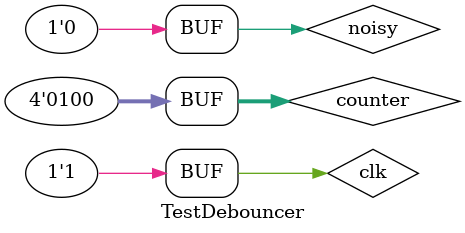
<source format=v>
`timescale 1ns / 1ps


module TestDebouncer;

	// Inputs
	reg clk;
	reg noisy;
	reg [3:0] counter =0;

	// Outputs
	wire clean;

	// Instantiate the Unit Under Test (UUT)
	debounce uut (
		.clk(clk), 
		.noisy(noisy), 
		.clean(clean)
	);

	initial begin
	
	noisy=0;
	
	for(counter=0;counter<4;counter=counter+1)begin
	noisy =1;#50000;
	noisy =0;#110000;
	noisy =1;#210000;
	noisy =0;#30000;
	noisy =1;#2020000;
	noisy =0;#4070000;
	noisy =1;#100000;
	noisy =1;#10000;
	end
	
	counter=0;
	#50000000;
	
	for(counter=0;counter<4;counter=counter+1)begin
	noisy =1;#50000;
	noisy =0;#110000;
	noisy =1;#210000;
	noisy =0;#30000;
	noisy =1;#2020000;
	noisy =0;#4070000;
	noisy =1;#100000;
	noisy =0;#10000;
	end
	

	end
	
	always begin
	clk=0;#5;
	clk=1;#5;
	end
      
endmodule


</source>
